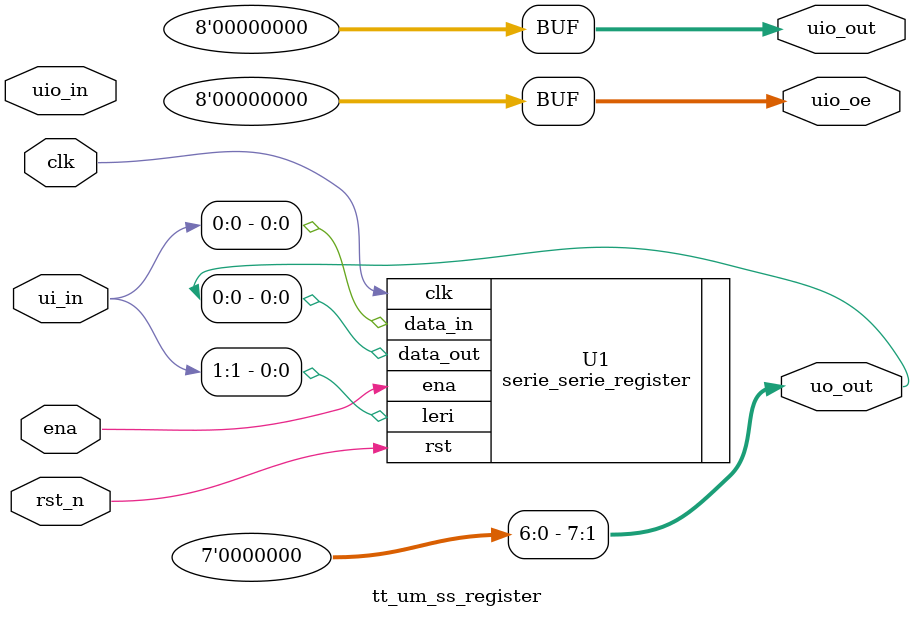
<source format=v>
/*
 * Copyright (c) 2024 Your Name
 * SPDX-License-Identifier: Apache-2.0
 */

`define default_netname none

module tt_um_ss_register(
    input  wire [7:0] ui_in,    // Dedicated inputs
    output wire [7:0] uo_out,   // Dedicated outputs
    input  wire [7:0] uio_in,   // IOs: Input path
    output wire [7:0] uio_out,  // IOs: Output path
    output wire [7:0] uio_oe,   // IOs: Enable path (active high: 0=input, 1=output)
    input  wire       ena,      // will go high when the design is enabled
    input  wire       clk,      // clock
    input  wire       rst_n     // reset_n - low to reset
);

  // All output pins must be assigned. If not used, assign to 0.
    serie_serie_register U1 (.data_in(ui_in[0]), .clk(clk), .rst(rst_n), .ena(ena), .leri(ui_in[1]), .data_out(uo_out[0]));
    assign uio_oe = 0;
    assign uio_out = 0;
    assign uo_out[7:1] = 7'b0000000;

endmodule

</source>
